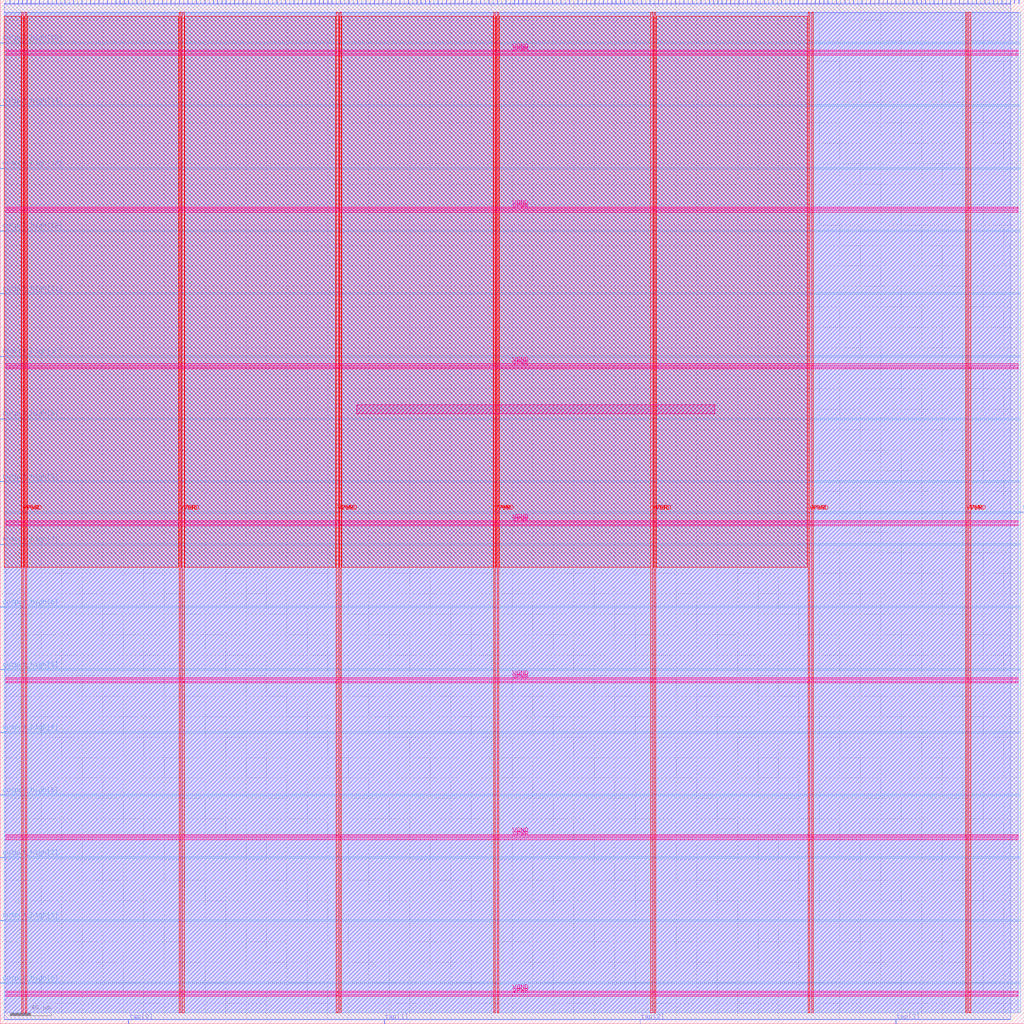
<source format=lef>
VERSION 5.7 ;
  NOWIREEXTENSIONATPIN ON ;
  DIVIDERCHAR "/" ;
  BUSBITCHARS "[]" ;
MACRO highpass
  CLASS BLOCK ;
  FOREIGN highpass ;
  ORIGIN 0.000 0.000 ;
  SIZE 1000.000 BY 1000.000 ;
  PIN VGND
    DIRECTION INOUT ;
    USE GROUND ;
    PORT
      LAYER met4 ;
        RECT 24.340 10.640 25.940 987.600 ;
    END
    PORT
      LAYER met4 ;
        RECT 177.940 10.640 179.540 987.600 ;
    END
    PORT
      LAYER met4 ;
        RECT 331.540 10.640 333.140 987.600 ;
    END
    PORT
      LAYER met4 ;
        RECT 485.140 10.640 486.740 987.600 ;
    END
    PORT
      LAYER met4 ;
        RECT 638.740 10.640 640.340 987.600 ;
    END
    PORT
      LAYER met4 ;
        RECT 792.340 10.640 793.940 987.600 ;
    END
    PORT
      LAYER met4 ;
        RECT 945.940 10.640 947.540 987.600 ;
    END
    PORT
      LAYER met5 ;
        RECT 5.280 30.030 994.300 31.630 ;
    END
    PORT
      LAYER met5 ;
        RECT 5.280 183.210 994.300 184.810 ;
    END
    PORT
      LAYER met5 ;
        RECT 5.280 336.390 994.300 337.990 ;
    END
    PORT
      LAYER met5 ;
        RECT 5.280 489.570 994.300 491.170 ;
    END
    PORT
      LAYER met5 ;
        RECT 5.280 642.750 994.300 644.350 ;
    END
    PORT
      LAYER met5 ;
        RECT 5.280 795.930 994.300 797.530 ;
    END
    PORT
      LAYER met5 ;
        RECT 5.280 949.110 994.300 950.710 ;
    END
  END VGND
  PIN VPWR
    DIRECTION INOUT ;
    USE POWER ;
    PORT
      LAYER met4 ;
        RECT 21.040 10.640 22.640 987.600 ;
    END
    PORT
      LAYER met4 ;
        RECT 174.640 10.640 176.240 987.600 ;
    END
    PORT
      LAYER met4 ;
        RECT 328.240 10.640 329.840 987.600 ;
    END
    PORT
      LAYER met4 ;
        RECT 481.840 10.640 483.440 987.600 ;
    END
    PORT
      LAYER met4 ;
        RECT 635.440 10.640 637.040 987.600 ;
    END
    PORT
      LAYER met4 ;
        RECT 789.040 10.640 790.640 987.600 ;
    END
    PORT
      LAYER met4 ;
        RECT 942.640 10.640 944.240 987.600 ;
    END
    PORT
      LAYER met5 ;
        RECT 5.280 26.730 994.300 28.330 ;
    END
    PORT
      LAYER met5 ;
        RECT 5.280 179.910 994.300 181.510 ;
    END
    PORT
      LAYER met5 ;
        RECT 5.280 333.090 994.300 334.690 ;
    END
    PORT
      LAYER met5 ;
        RECT 5.280 486.270 994.300 487.870 ;
    END
    PORT
      LAYER met5 ;
        RECT 5.280 639.450 994.300 641.050 ;
    END
    PORT
      LAYER met5 ;
        RECT 5.280 792.630 994.300 794.230 ;
    END
    PORT
      LAYER met5 ;
        RECT 5.280 945.810 994.300 947.410 ;
    END
  END VPWR
  PIN clk
    DIRECTION INPUT ;
    USE SIGNAL ;
    ANTENNAGATEAREA 0.852000 ;
    PORT
      LAYER met3 ;
        RECT 996.000 499.160 1000.000 499.760 ;
    END
  END clk
  PIN input_data[0]
    DIRECTION INPUT ;
    USE SIGNAL ;
    ANTENNAGATEAREA 0.159000 ;
    PORT
      LAYER met2 ;
        RECT 5.150 996.000 5.430 1000.000 ;
    END
  END input_data[0]
  PIN input_data[100]
    DIRECTION INPUT ;
    USE SIGNAL ;
    ANTENNAGATEAREA 0.213000 ;
    PORT
      LAYER met2 ;
        RECT 419.150 996.000 419.430 1000.000 ;
    END
  END input_data[100]
  PIN input_data[101]
    DIRECTION INPUT ;
    USE SIGNAL ;
    ANTENNAGATEAREA 0.196500 ;
    PORT
      LAYER met2 ;
        RECT 423.290 996.000 423.570 1000.000 ;
    END
  END input_data[101]
  PIN input_data[102]
    DIRECTION INPUT ;
    USE SIGNAL ;
    ANTENNAGATEAREA 0.196500 ;
    PORT
      LAYER met2 ;
        RECT 427.430 996.000 427.710 1000.000 ;
    END
  END input_data[102]
  PIN input_data[103]
    DIRECTION INPUT ;
    USE SIGNAL ;
    ANTENNAGATEAREA 0.196500 ;
    PORT
      LAYER met2 ;
        RECT 431.570 996.000 431.850 1000.000 ;
    END
  END input_data[103]
  PIN input_data[104]
    DIRECTION INPUT ;
    USE SIGNAL ;
    ANTENNAGATEAREA 0.196500 ;
    PORT
      LAYER met2 ;
        RECT 435.710 996.000 435.990 1000.000 ;
    END
  END input_data[104]
  PIN input_data[105]
    DIRECTION INPUT ;
    USE SIGNAL ;
    ANTENNAGATEAREA 0.196500 ;
    PORT
      LAYER met2 ;
        RECT 439.850 996.000 440.130 1000.000 ;
    END
  END input_data[105]
  PIN input_data[106]
    DIRECTION INPUT ;
    USE SIGNAL ;
    ANTENNAGATEAREA 0.196500 ;
    PORT
      LAYER met2 ;
        RECT 443.990 996.000 444.270 1000.000 ;
    END
  END input_data[106]
  PIN input_data[107]
    DIRECTION INPUT ;
    USE SIGNAL ;
    ANTENNAGATEAREA 0.196500 ;
    PORT
      LAYER met2 ;
        RECT 448.130 996.000 448.410 1000.000 ;
    END
  END input_data[107]
  PIN input_data[108]
    DIRECTION INPUT ;
    USE SIGNAL ;
    ANTENNAGATEAREA 0.213000 ;
    PORT
      LAYER met2 ;
        RECT 452.270 996.000 452.550 1000.000 ;
    END
  END input_data[108]
  PIN input_data[109]
    DIRECTION INPUT ;
    USE SIGNAL ;
    ANTENNAGATEAREA 0.196500 ;
    PORT
      LAYER met2 ;
        RECT 456.410 996.000 456.690 1000.000 ;
    END
  END input_data[109]
  PIN input_data[10]
    DIRECTION INPUT ;
    USE SIGNAL ;
    ANTENNAGATEAREA 0.495000 ;
    PORT
      LAYER met2 ;
        RECT 46.550 996.000 46.830 1000.000 ;
    END
  END input_data[10]
  PIN input_data[110]
    DIRECTION INPUT ;
    USE SIGNAL ;
    ANTENNAGATEAREA 0.196500 ;
    PORT
      LAYER met2 ;
        RECT 460.550 996.000 460.830 1000.000 ;
    END
  END input_data[110]
  PIN input_data[111]
    DIRECTION INPUT ;
    USE SIGNAL ;
    ANTENNAGATEAREA 0.196500 ;
    PORT
      LAYER met2 ;
        RECT 464.690 996.000 464.970 1000.000 ;
    END
  END input_data[111]
  PIN input_data[112]
    DIRECTION INPUT ;
    USE SIGNAL ;
    ANTENNAGATEAREA 0.159000 ;
    PORT
      LAYER met2 ;
        RECT 468.830 996.000 469.110 1000.000 ;
    END
  END input_data[112]
  PIN input_data[113]
    DIRECTION INPUT ;
    USE SIGNAL ;
    ANTENNAGATEAREA 0.213000 ;
    PORT
      LAYER met2 ;
        RECT 472.970 996.000 473.250 1000.000 ;
    END
  END input_data[113]
  PIN input_data[114]
    DIRECTION INPUT ;
    USE SIGNAL ;
    ANTENNAGATEAREA 0.213000 ;
    PORT
      LAYER met2 ;
        RECT 477.110 996.000 477.390 1000.000 ;
    END
  END input_data[114]
  PIN input_data[115]
    DIRECTION INPUT ;
    USE SIGNAL ;
    ANTENNAGATEAREA 0.213000 ;
    PORT
      LAYER met2 ;
        RECT 481.250 996.000 481.530 1000.000 ;
    END
  END input_data[115]
  PIN input_data[116]
    DIRECTION INPUT ;
    USE SIGNAL ;
    ANTENNAGATEAREA 0.159000 ;
    PORT
      LAYER met2 ;
        RECT 485.390 996.000 485.670 1000.000 ;
    END
  END input_data[116]
  PIN input_data[117]
    DIRECTION INPUT ;
    USE SIGNAL ;
    ANTENNAGATEAREA 0.213000 ;
    PORT
      LAYER met2 ;
        RECT 489.530 996.000 489.810 1000.000 ;
    END
  END input_data[117]
  PIN input_data[118]
    DIRECTION INPUT ;
    USE SIGNAL ;
    ANTENNAGATEAREA 0.213000 ;
    PORT
      LAYER met2 ;
        RECT 493.670 996.000 493.950 1000.000 ;
    END
  END input_data[118]
  PIN input_data[119]
    DIRECTION INPUT ;
    USE SIGNAL ;
    ANTENNAGATEAREA 0.196500 ;
    PORT
      LAYER met2 ;
        RECT 497.810 996.000 498.090 1000.000 ;
    END
  END input_data[119]
  PIN input_data[11]
    DIRECTION INPUT ;
    USE SIGNAL ;
    ANTENNAGATEAREA 0.426000 ;
    PORT
      LAYER met2 ;
        RECT 50.690 996.000 50.970 1000.000 ;
    END
  END input_data[11]
  PIN input_data[120]
    DIRECTION INPUT ;
    USE SIGNAL ;
    ANTENNAGATEAREA 0.213000 ;
    PORT
      LAYER met2 ;
        RECT 501.950 996.000 502.230 1000.000 ;
    END
  END input_data[120]
  PIN input_data[121]
    DIRECTION INPUT ;
    USE SIGNAL ;
    ANTENNAGATEAREA 0.159000 ;
    PORT
      LAYER met2 ;
        RECT 506.090 996.000 506.370 1000.000 ;
    END
  END input_data[121]
  PIN input_data[122]
    DIRECTION INPUT ;
    USE SIGNAL ;
    ANTENNAGATEAREA 0.213000 ;
    PORT
      LAYER met2 ;
        RECT 510.230 996.000 510.510 1000.000 ;
    END
  END input_data[122]
  PIN input_data[123]
    DIRECTION INPUT ;
    USE SIGNAL ;
    ANTENNAGATEAREA 0.213000 ;
    PORT
      LAYER met2 ;
        RECT 514.370 996.000 514.650 1000.000 ;
    END
  END input_data[123]
  PIN input_data[124]
    DIRECTION INPUT ;
    USE SIGNAL ;
    ANTENNAGATEAREA 0.159000 ;
    PORT
      LAYER met2 ;
        RECT 518.510 996.000 518.790 1000.000 ;
    END
  END input_data[124]
  PIN input_data[125]
    DIRECTION INPUT ;
    USE SIGNAL ;
    ANTENNAGATEAREA 0.196500 ;
    PORT
      LAYER met2 ;
        RECT 522.650 996.000 522.930 1000.000 ;
    END
  END input_data[125]
  PIN input_data[126]
    DIRECTION INPUT ;
    USE SIGNAL ;
    ANTENNAGATEAREA 0.196500 ;
    PORT
      LAYER met2 ;
        RECT 526.790 996.000 527.070 1000.000 ;
    END
  END input_data[126]
  PIN input_data[127]
    DIRECTION INPUT ;
    USE SIGNAL ;
    PORT
      LAYER met2 ;
        RECT 530.930 996.000 531.210 1000.000 ;
    END
  END input_data[127]
  PIN input_data[128]
    DIRECTION INPUT ;
    USE SIGNAL ;
    ANTENNAGATEAREA 0.159000 ;
    PORT
      LAYER met2 ;
        RECT 535.070 996.000 535.350 1000.000 ;
    END
  END input_data[128]
  PIN input_data[129]
    DIRECTION INPUT ;
    USE SIGNAL ;
    ANTENNAGATEAREA 0.159000 ;
    PORT
      LAYER met2 ;
        RECT 539.210 996.000 539.490 1000.000 ;
    END
  END input_data[129]
  PIN input_data[12]
    DIRECTION INPUT ;
    USE SIGNAL ;
    ANTENNAGATEAREA 0.742500 ;
    PORT
      LAYER met2 ;
        RECT 54.830 996.000 55.110 1000.000 ;
    END
  END input_data[12]
  PIN input_data[130]
    DIRECTION INPUT ;
    USE SIGNAL ;
    ANTENNAGATEAREA 0.213000 ;
    PORT
      LAYER met2 ;
        RECT 543.350 996.000 543.630 1000.000 ;
    END
  END input_data[130]
  PIN input_data[131]
    DIRECTION INPUT ;
    USE SIGNAL ;
    ANTENNAGATEAREA 0.213000 ;
    PORT
      LAYER met2 ;
        RECT 547.490 996.000 547.770 1000.000 ;
    END
  END input_data[131]
  PIN input_data[132]
    DIRECTION INPUT ;
    USE SIGNAL ;
    ANTENNAGATEAREA 0.213000 ;
    PORT
      LAYER met2 ;
        RECT 551.630 996.000 551.910 1000.000 ;
    END
  END input_data[132]
  PIN input_data[133]
    DIRECTION INPUT ;
    USE SIGNAL ;
    ANTENNAGATEAREA 0.426000 ;
    PORT
      LAYER met2 ;
        RECT 555.770 996.000 556.050 1000.000 ;
    END
  END input_data[133]
  PIN input_data[134]
    DIRECTION INPUT ;
    USE SIGNAL ;
    ANTENNAGATEAREA 0.247500 ;
    PORT
      LAYER met2 ;
        RECT 559.910 996.000 560.190 1000.000 ;
    END
  END input_data[134]
  PIN input_data[135]
    DIRECTION INPUT ;
    USE SIGNAL ;
    ANTENNAGATEAREA 0.426000 ;
    PORT
      LAYER met2 ;
        RECT 564.050 996.000 564.330 1000.000 ;
    END
  END input_data[135]
  PIN input_data[136]
    DIRECTION INPUT ;
    USE SIGNAL ;
    ANTENNAGATEAREA 0.852000 ;
    PORT
      LAYER met2 ;
        RECT 568.190 996.000 568.470 1000.000 ;
    END
  END input_data[136]
  PIN input_data[137]
    DIRECTION INPUT ;
    USE SIGNAL ;
    ANTENNAGATEAREA 0.742500 ;
    PORT
      LAYER met2 ;
        RECT 572.330 996.000 572.610 1000.000 ;
    END
  END input_data[137]
  PIN input_data[138]
    DIRECTION INPUT ;
    USE SIGNAL ;
    ANTENNAGATEAREA 0.426000 ;
    PORT
      LAYER met2 ;
        RECT 576.470 996.000 576.750 1000.000 ;
    END
  END input_data[138]
  PIN input_data[139]
    DIRECTION INPUT ;
    USE SIGNAL ;
    ANTENNAGATEAREA 0.495000 ;
    PORT
      LAYER met2 ;
        RECT 580.610 996.000 580.890 1000.000 ;
    END
  END input_data[139]
  PIN input_data[13]
    DIRECTION INPUT ;
    USE SIGNAL ;
    ANTENNAGATEAREA 0.742500 ;
    PORT
      LAYER met2 ;
        RECT 58.970 996.000 59.250 1000.000 ;
    END
  END input_data[13]
  PIN input_data[140]
    DIRECTION INPUT ;
    USE SIGNAL ;
    ANTENNAGATEAREA 0.426000 ;
    PORT
      LAYER met2 ;
        RECT 584.750 996.000 585.030 1000.000 ;
    END
  END input_data[140]
  PIN input_data[141]
    DIRECTION INPUT ;
    USE SIGNAL ;
    ANTENNAGATEAREA 0.426000 ;
    PORT
      LAYER met2 ;
        RECT 588.890 996.000 589.170 1000.000 ;
    END
  END input_data[141]
  PIN input_data[142]
    DIRECTION INPUT ;
    USE SIGNAL ;
    ANTENNAGATEAREA 0.213000 ;
    PORT
      LAYER met2 ;
        RECT 593.030 996.000 593.310 1000.000 ;
    END
  END input_data[142]
  PIN input_data[143]
    DIRECTION INPUT ;
    USE SIGNAL ;
    ANTENNAGATEAREA 0.159000 ;
    PORT
      LAYER met2 ;
        RECT 597.170 996.000 597.450 1000.000 ;
    END
  END input_data[143]
  PIN input_data[144]
    DIRECTION INPUT ;
    USE SIGNAL ;
    ANTENNAGATEAREA 0.213000 ;
    PORT
      LAYER met2 ;
        RECT 601.310 996.000 601.590 1000.000 ;
    END
  END input_data[144]
  PIN input_data[145]
    DIRECTION INPUT ;
    USE SIGNAL ;
    ANTENNAGATEAREA 0.159000 ;
    PORT
      LAYER met2 ;
        RECT 605.450 996.000 605.730 1000.000 ;
    END
  END input_data[145]
  PIN input_data[146]
    DIRECTION INPUT ;
    USE SIGNAL ;
    ANTENNAGATEAREA 0.159000 ;
    PORT
      LAYER met2 ;
        RECT 609.590 996.000 609.870 1000.000 ;
    END
  END input_data[146]
  PIN input_data[147]
    DIRECTION INPUT ;
    USE SIGNAL ;
    ANTENNAGATEAREA 0.159000 ;
    PORT
      LAYER met2 ;
        RECT 613.730 996.000 614.010 1000.000 ;
    END
  END input_data[147]
  PIN input_data[148]
    DIRECTION INPUT ;
    USE SIGNAL ;
    ANTENNAGATEAREA 0.159000 ;
    PORT
      LAYER met2 ;
        RECT 617.870 996.000 618.150 1000.000 ;
    END
  END input_data[148]
  PIN input_data[149]
    DIRECTION INPUT ;
    USE SIGNAL ;
    ANTENNAGATEAREA 0.213000 ;
    PORT
      LAYER met2 ;
        RECT 622.010 996.000 622.290 1000.000 ;
    END
  END input_data[149]
  PIN input_data[14]
    DIRECTION INPUT ;
    USE SIGNAL ;
    ANTENNAGATEAREA 0.213000 ;
    PORT
      LAYER met2 ;
        RECT 63.110 996.000 63.390 1000.000 ;
    END
  END input_data[14]
  PIN input_data[150]
    DIRECTION INPUT ;
    USE SIGNAL ;
    ANTENNAGATEAREA 0.159000 ;
    PORT
      LAYER met2 ;
        RECT 626.150 996.000 626.430 1000.000 ;
    END
  END input_data[150]
  PIN input_data[151]
    DIRECTION INPUT ;
    USE SIGNAL ;
    ANTENNAGATEAREA 0.213000 ;
    PORT
      LAYER met2 ;
        RECT 630.290 996.000 630.570 1000.000 ;
    END
  END input_data[151]
  PIN input_data[152]
    DIRECTION INPUT ;
    USE SIGNAL ;
    ANTENNAGATEAREA 0.213000 ;
    PORT
      LAYER met2 ;
        RECT 634.430 996.000 634.710 1000.000 ;
    END
  END input_data[152]
  PIN input_data[153]
    DIRECTION INPUT ;
    USE SIGNAL ;
    ANTENNAGATEAREA 0.159000 ;
    PORT
      LAYER met2 ;
        RECT 638.570 996.000 638.850 1000.000 ;
    END
  END input_data[153]
  PIN input_data[154]
    DIRECTION INPUT ;
    USE SIGNAL ;
    ANTENNAGATEAREA 0.159000 ;
    PORT
      LAYER met2 ;
        RECT 642.710 996.000 642.990 1000.000 ;
    END
  END input_data[154]
  PIN input_data[155]
    DIRECTION INPUT ;
    USE SIGNAL ;
    ANTENNAGATEAREA 0.159000 ;
    PORT
      LAYER met2 ;
        RECT 646.850 996.000 647.130 1000.000 ;
    END
  END input_data[155]
  PIN input_data[156]
    DIRECTION INPUT ;
    USE SIGNAL ;
    ANTENNAGATEAREA 0.742500 ;
    PORT
      LAYER met2 ;
        RECT 650.990 996.000 651.270 1000.000 ;
    END
  END input_data[156]
  PIN input_data[157]
    DIRECTION INPUT ;
    USE SIGNAL ;
    ANTENNAGATEAREA 0.247500 ;
    PORT
      LAYER met2 ;
        RECT 655.130 996.000 655.410 1000.000 ;
    END
  END input_data[157]
  PIN input_data[158]
    DIRECTION INPUT ;
    USE SIGNAL ;
    ANTENNAGATEAREA 0.196500 ;
    PORT
      LAYER met2 ;
        RECT 659.270 996.000 659.550 1000.000 ;
    END
  END input_data[158]
  PIN input_data[159]
    DIRECTION INPUT ;
    USE SIGNAL ;
    ANTENNAGATEAREA 0.213000 ;
    PORT
      LAYER met2 ;
        RECT 663.410 996.000 663.690 1000.000 ;
    END
  END input_data[159]
  PIN input_data[15]
    DIRECTION INPUT ;
    USE SIGNAL ;
    ANTENNAGATEAREA 0.213000 ;
    PORT
      LAYER met2 ;
        RECT 67.250 996.000 67.530 1000.000 ;
    END
  END input_data[15]
  PIN input_data[160]
    DIRECTION INPUT ;
    USE SIGNAL ;
    ANTENNAGATEAREA 0.495000 ;
    PORT
      LAYER met2 ;
        RECT 667.550 996.000 667.830 1000.000 ;
    END
  END input_data[160]
  PIN input_data[161]
    DIRECTION INPUT ;
    USE SIGNAL ;
    ANTENNAGATEAREA 0.742500 ;
    PORT
      LAYER met2 ;
        RECT 671.690 996.000 671.970 1000.000 ;
    END
  END input_data[161]
  PIN input_data[162]
    DIRECTION INPUT ;
    USE SIGNAL ;
    ANTENNAGATEAREA 0.426000 ;
    PORT
      LAYER met2 ;
        RECT 675.830 996.000 676.110 1000.000 ;
    END
  END input_data[162]
  PIN input_data[163]
    DIRECTION INPUT ;
    USE SIGNAL ;
    ANTENNAGATEAREA 0.426000 ;
    PORT
      LAYER met2 ;
        RECT 679.970 996.000 680.250 1000.000 ;
    END
  END input_data[163]
  PIN input_data[164]
    DIRECTION INPUT ;
    USE SIGNAL ;
    ANTENNAGATEAREA 0.213000 ;
    PORT
      LAYER met2 ;
        RECT 684.110 996.000 684.390 1000.000 ;
    END
  END input_data[164]
  PIN input_data[165]
    DIRECTION INPUT ;
    USE SIGNAL ;
    ANTENNAGATEAREA 0.213000 ;
    PORT
      LAYER met2 ;
        RECT 688.250 996.000 688.530 1000.000 ;
    END
  END input_data[165]
  PIN input_data[166]
    DIRECTION INPUT ;
    USE SIGNAL ;
    ANTENNAGATEAREA 0.213000 ;
    PORT
      LAYER met2 ;
        RECT 692.390 996.000 692.670 1000.000 ;
    END
  END input_data[166]
  PIN input_data[167]
    DIRECTION INPUT ;
    USE SIGNAL ;
    ANTENNAGATEAREA 0.159000 ;
    PORT
      LAYER met2 ;
        RECT 696.530 996.000 696.810 1000.000 ;
    END
  END input_data[167]
  PIN input_data[168]
    DIRECTION INPUT ;
    USE SIGNAL ;
    ANTENNAGATEAREA 0.159000 ;
    PORT
      LAYER met2 ;
        RECT 700.670 996.000 700.950 1000.000 ;
    END
  END input_data[168]
  PIN input_data[169]
    DIRECTION INPUT ;
    USE SIGNAL ;
    ANTENNAGATEAREA 0.213000 ;
    PORT
      LAYER met2 ;
        RECT 704.810 996.000 705.090 1000.000 ;
    END
  END input_data[169]
  PIN input_data[16]
    DIRECTION INPUT ;
    USE SIGNAL ;
    ANTENNAGATEAREA 0.247500 ;
    PORT
      LAYER met2 ;
        RECT 71.390 996.000 71.670 1000.000 ;
    END
  END input_data[16]
  PIN input_data[170]
    DIRECTION INPUT ;
    USE SIGNAL ;
    ANTENNAGATEAREA 0.126000 ;
    PORT
      LAYER met2 ;
        RECT 708.950 996.000 709.230 1000.000 ;
    END
  END input_data[170]
  PIN input_data[171]
    DIRECTION INPUT ;
    USE SIGNAL ;
    ANTENNAGATEAREA 0.426000 ;
    PORT
      LAYER met2 ;
        RECT 713.090 996.000 713.370 1000.000 ;
    END
  END input_data[171]
  PIN input_data[172]
    DIRECTION INPUT ;
    USE SIGNAL ;
    ANTENNAGATEAREA 0.247500 ;
    PORT
      LAYER met2 ;
        RECT 717.230 996.000 717.510 1000.000 ;
    END
  END input_data[172]
  PIN input_data[173]
    DIRECTION INPUT ;
    USE SIGNAL ;
    ANTENNAGATEAREA 0.426000 ;
    PORT
      LAYER met2 ;
        RECT 721.370 996.000 721.650 1000.000 ;
    END
  END input_data[173]
  PIN input_data[174]
    DIRECTION INPUT ;
    USE SIGNAL ;
    ANTENNAGATEAREA 0.196500 ;
    PORT
      LAYER met2 ;
        RECT 725.510 996.000 725.790 1000.000 ;
    END
  END input_data[174]
  PIN input_data[175]
    DIRECTION INPUT ;
    USE SIGNAL ;
    ANTENNAGATEAREA 0.196500 ;
    PORT
      LAYER met2 ;
        RECT 729.650 996.000 729.930 1000.000 ;
    END
  END input_data[175]
  PIN input_data[176]
    DIRECTION INPUT ;
    USE SIGNAL ;
    ANTENNAGATEAREA 0.213000 ;
    PORT
      LAYER met2 ;
        RECT 733.790 996.000 734.070 1000.000 ;
    END
  END input_data[176]
  PIN input_data[177]
    DIRECTION INPUT ;
    USE SIGNAL ;
    ANTENNAGATEAREA 0.247500 ;
    PORT
      LAYER met2 ;
        RECT 737.930 996.000 738.210 1000.000 ;
    END
  END input_data[177]
  PIN input_data[178]
    DIRECTION INPUT ;
    USE SIGNAL ;
    ANTENNAGATEAREA 0.247500 ;
    PORT
      LAYER met2 ;
        RECT 742.070 996.000 742.350 1000.000 ;
    END
  END input_data[178]
  PIN input_data[179]
    DIRECTION INPUT ;
    USE SIGNAL ;
    ANTENNAGATEAREA 0.426000 ;
    PORT
      LAYER met2 ;
        RECT 746.210 996.000 746.490 1000.000 ;
    END
  END input_data[179]
  PIN input_data[17]
    DIRECTION INPUT ;
    USE SIGNAL ;
    ANTENNAGATEAREA 0.742500 ;
    PORT
      LAYER met2 ;
        RECT 75.530 996.000 75.810 1000.000 ;
    END
  END input_data[17]
  PIN input_data[180]
    DIRECTION INPUT ;
    USE SIGNAL ;
    ANTENNAGATEAREA 0.495000 ;
    PORT
      LAYER met2 ;
        RECT 750.350 996.000 750.630 1000.000 ;
    END
  END input_data[180]
  PIN input_data[181]
    DIRECTION INPUT ;
    USE SIGNAL ;
    ANTENNAGATEAREA 0.247500 ;
    PORT
      LAYER met2 ;
        RECT 754.490 996.000 754.770 1000.000 ;
    END
  END input_data[181]
  PIN input_data[182]
    DIRECTION INPUT ;
    USE SIGNAL ;
    ANTENNAGATEAREA 0.213000 ;
    PORT
      LAYER met2 ;
        RECT 758.630 996.000 758.910 1000.000 ;
    END
  END input_data[182]
  PIN input_data[183]
    DIRECTION INPUT ;
    USE SIGNAL ;
    ANTENNAGATEAREA 0.213000 ;
    PORT
      LAYER met2 ;
        RECT 762.770 996.000 763.050 1000.000 ;
    END
  END input_data[183]
  PIN input_data[184]
    DIRECTION INPUT ;
    USE SIGNAL ;
    ANTENNAGATEAREA 0.213000 ;
    PORT
      LAYER met2 ;
        RECT 766.910 996.000 767.190 1000.000 ;
    END
  END input_data[184]
  PIN input_data[185]
    DIRECTION INPUT ;
    USE SIGNAL ;
    ANTENNAGATEAREA 0.213000 ;
    PORT
      LAYER met2 ;
        RECT 771.050 996.000 771.330 1000.000 ;
    END
  END input_data[185]
  PIN input_data[186]
    DIRECTION INPUT ;
    USE SIGNAL ;
    ANTENNAGATEAREA 0.247500 ;
    PORT
      LAYER met2 ;
        RECT 775.190 996.000 775.470 1000.000 ;
    END
  END input_data[186]
  PIN input_data[187]
    DIRECTION INPUT ;
    USE SIGNAL ;
    ANTENNAGATEAREA 0.159000 ;
    PORT
      LAYER met2 ;
        RECT 779.330 996.000 779.610 1000.000 ;
    END
  END input_data[187]
  PIN input_data[188]
    DIRECTION INPUT ;
    USE SIGNAL ;
    ANTENNAGATEAREA 0.247500 ;
    PORT
      LAYER met2 ;
        RECT 783.470 996.000 783.750 1000.000 ;
    END
  END input_data[188]
  PIN input_data[189]
    DIRECTION INPUT ;
    USE SIGNAL ;
    ANTENNAGATEAREA 0.196500 ;
    PORT
      LAYER met2 ;
        RECT 787.610 996.000 787.890 1000.000 ;
    END
  END input_data[189]
  PIN input_data[18]
    DIRECTION INPUT ;
    USE SIGNAL ;
    ANTENNAGATEAREA 0.742500 ;
    PORT
      LAYER met2 ;
        RECT 79.670 996.000 79.950 1000.000 ;
    END
  END input_data[18]
  PIN input_data[190]
    DIRECTION INPUT ;
    USE SIGNAL ;
    ANTENNAGATEAREA 0.196500 ;
    PORT
      LAYER met2 ;
        RECT 791.750 996.000 792.030 1000.000 ;
    END
  END input_data[190]
  PIN input_data[191]
    DIRECTION INPUT ;
    USE SIGNAL ;
    PORT
      LAYER met2 ;
        RECT 795.890 996.000 796.170 1000.000 ;
    END
  END input_data[191]
  PIN input_data[192]
    DIRECTION INPUT ;
    USE SIGNAL ;
    ANTENNAGATEAREA 0.213000 ;
    PORT
      LAYER met2 ;
        RECT 800.030 996.000 800.310 1000.000 ;
    END
  END input_data[192]
  PIN input_data[193]
    DIRECTION INPUT ;
    USE SIGNAL ;
    ANTENNAGATEAREA 0.159000 ;
    PORT
      LAYER met2 ;
        RECT 804.170 996.000 804.450 1000.000 ;
    END
  END input_data[193]
  PIN input_data[194]
    DIRECTION INPUT ;
    USE SIGNAL ;
    ANTENNAGATEAREA 0.213000 ;
    PORT
      LAYER met2 ;
        RECT 808.310 996.000 808.590 1000.000 ;
    END
  END input_data[194]
  PIN input_data[195]
    DIRECTION INPUT ;
    USE SIGNAL ;
    ANTENNAGATEAREA 0.213000 ;
    PORT
      LAYER met2 ;
        RECT 812.450 996.000 812.730 1000.000 ;
    END
  END input_data[195]
  PIN input_data[196]
    DIRECTION INPUT ;
    USE SIGNAL ;
    ANTENNAGATEAREA 0.213000 ;
    PORT
      LAYER met2 ;
        RECT 816.590 996.000 816.870 1000.000 ;
    END
  END input_data[196]
  PIN input_data[197]
    DIRECTION INPUT ;
    USE SIGNAL ;
    ANTENNAGATEAREA 0.213000 ;
    PORT
      LAYER met2 ;
        RECT 820.730 996.000 821.010 1000.000 ;
    END
  END input_data[197]
  PIN input_data[198]
    DIRECTION INPUT ;
    USE SIGNAL ;
    ANTENNAGATEAREA 0.213000 ;
    PORT
      LAYER met2 ;
        RECT 824.870 996.000 825.150 1000.000 ;
    END
  END input_data[198]
  PIN input_data[199]
    DIRECTION INPUT ;
    USE SIGNAL ;
    ANTENNAGATEAREA 0.213000 ;
    PORT
      LAYER met2 ;
        RECT 829.010 996.000 829.290 1000.000 ;
    END
  END input_data[199]
  PIN input_data[19]
    DIRECTION INPUT ;
    USE SIGNAL ;
    ANTENNAGATEAREA 0.247500 ;
    PORT
      LAYER met2 ;
        RECT 83.810 996.000 84.090 1000.000 ;
    END
  END input_data[19]
  PIN input_data[1]
    DIRECTION INPUT ;
    USE SIGNAL ;
    ANTENNAGATEAREA 0.213000 ;
    PORT
      LAYER met2 ;
        RECT 9.290 996.000 9.570 1000.000 ;
    END
  END input_data[1]
  PIN input_data[200]
    DIRECTION INPUT ;
    USE SIGNAL ;
    ANTENNAGATEAREA 0.213000 ;
    PORT
      LAYER met2 ;
        RECT 833.150 996.000 833.430 1000.000 ;
    END
  END input_data[200]
  PIN input_data[201]
    DIRECTION INPUT ;
    USE SIGNAL ;
    ANTENNAGATEAREA 0.213000 ;
    PORT
      LAYER met2 ;
        RECT 837.290 996.000 837.570 1000.000 ;
    END
  END input_data[201]
  PIN input_data[202]
    DIRECTION INPUT ;
    USE SIGNAL ;
    ANTENNAGATEAREA 0.213000 ;
    PORT
      LAYER met2 ;
        RECT 841.430 996.000 841.710 1000.000 ;
    END
  END input_data[202]
  PIN input_data[203]
    DIRECTION INPUT ;
    USE SIGNAL ;
    ANTENNAGATEAREA 0.126000 ;
    PORT
      LAYER met2 ;
        RECT 845.570 996.000 845.850 1000.000 ;
    END
  END input_data[203]
  PIN input_data[204]
    DIRECTION INPUT ;
    USE SIGNAL ;
    ANTENNAGATEAREA 0.196500 ;
    PORT
      LAYER met2 ;
        RECT 849.710 996.000 849.990 1000.000 ;
    END
  END input_data[204]
  PIN input_data[205]
    DIRECTION INPUT ;
    USE SIGNAL ;
    ANTENNAGATEAREA 0.196500 ;
    PORT
      LAYER met2 ;
        RECT 853.850 996.000 854.130 1000.000 ;
    END
  END input_data[205]
  PIN input_data[206]
    DIRECTION INPUT ;
    USE SIGNAL ;
    ANTENNAGATEAREA 0.196500 ;
    PORT
      LAYER met2 ;
        RECT 857.990 996.000 858.270 1000.000 ;
    END
  END input_data[206]
  PIN input_data[207]
    DIRECTION INPUT ;
    USE SIGNAL ;
    PORT
      LAYER met2 ;
        RECT 862.130 996.000 862.410 1000.000 ;
    END
  END input_data[207]
  PIN input_data[208]
    DIRECTION INPUT ;
    USE SIGNAL ;
    PORT
      LAYER met2 ;
        RECT 866.270 996.000 866.550 1000.000 ;
    END
  END input_data[208]
  PIN input_data[209]
    DIRECTION INPUT ;
    USE SIGNAL ;
    PORT
      LAYER met2 ;
        RECT 870.410 996.000 870.690 1000.000 ;
    END
  END input_data[209]
  PIN input_data[20]
    DIRECTION INPUT ;
    USE SIGNAL ;
    ANTENNAGATEAREA 0.426000 ;
    PORT
      LAYER met2 ;
        RECT 87.950 996.000 88.230 1000.000 ;
    END
  END input_data[20]
  PIN input_data[210]
    DIRECTION INPUT ;
    USE SIGNAL ;
    PORT
      LAYER met2 ;
        RECT 874.550 996.000 874.830 1000.000 ;
    END
  END input_data[210]
  PIN input_data[211]
    DIRECTION INPUT ;
    USE SIGNAL ;
    PORT
      LAYER met2 ;
        RECT 878.690 996.000 878.970 1000.000 ;
    END
  END input_data[211]
  PIN input_data[212]
    DIRECTION INPUT ;
    USE SIGNAL ;
    PORT
      LAYER met2 ;
        RECT 882.830 996.000 883.110 1000.000 ;
    END
  END input_data[212]
  PIN input_data[213]
    DIRECTION INPUT ;
    USE SIGNAL ;
    PORT
      LAYER met2 ;
        RECT 886.970 996.000 887.250 1000.000 ;
    END
  END input_data[213]
  PIN input_data[214]
    DIRECTION INPUT ;
    USE SIGNAL ;
    PORT
      LAYER met2 ;
        RECT 891.110 996.000 891.390 1000.000 ;
    END
  END input_data[214]
  PIN input_data[215]
    DIRECTION INPUT ;
    USE SIGNAL ;
    PORT
      LAYER met2 ;
        RECT 895.250 996.000 895.530 1000.000 ;
    END
  END input_data[215]
  PIN input_data[216]
    DIRECTION INPUT ;
    USE SIGNAL ;
    PORT
      LAYER met2 ;
        RECT 899.390 996.000 899.670 1000.000 ;
    END
  END input_data[216]
  PIN input_data[217]
    DIRECTION INPUT ;
    USE SIGNAL ;
    PORT
      LAYER met2 ;
        RECT 903.530 996.000 903.810 1000.000 ;
    END
  END input_data[217]
  PIN input_data[218]
    DIRECTION INPUT ;
    USE SIGNAL ;
    PORT
      LAYER met2 ;
        RECT 907.670 996.000 907.950 1000.000 ;
    END
  END input_data[218]
  PIN input_data[219]
    DIRECTION INPUT ;
    USE SIGNAL ;
    PORT
      LAYER met2 ;
        RECT 911.810 996.000 912.090 1000.000 ;
    END
  END input_data[219]
  PIN input_data[21]
    DIRECTION INPUT ;
    USE SIGNAL ;
    ANTENNAGATEAREA 0.495000 ;
    PORT
      LAYER met2 ;
        RECT 92.090 996.000 92.370 1000.000 ;
    END
  END input_data[21]
  PIN input_data[220]
    DIRECTION INPUT ;
    USE SIGNAL ;
    PORT
      LAYER met2 ;
        RECT 915.950 996.000 916.230 1000.000 ;
    END
  END input_data[220]
  PIN input_data[221]
    DIRECTION INPUT ;
    USE SIGNAL ;
    PORT
      LAYER met2 ;
        RECT 920.090 996.000 920.370 1000.000 ;
    END
  END input_data[221]
  PIN input_data[222]
    DIRECTION INPUT ;
    USE SIGNAL ;
    PORT
      LAYER met2 ;
        RECT 924.230 996.000 924.510 1000.000 ;
    END
  END input_data[222]
  PIN input_data[223]
    DIRECTION INPUT ;
    USE SIGNAL ;
    PORT
      LAYER met2 ;
        RECT 928.370 996.000 928.650 1000.000 ;
    END
  END input_data[223]
  PIN input_data[224]
    DIRECTION INPUT ;
    USE SIGNAL ;
    ANTENNAGATEAREA 0.247500 ;
    PORT
      LAYER met2 ;
        RECT 932.510 996.000 932.790 1000.000 ;
    END
  END input_data[224]
  PIN input_data[225]
    DIRECTION INPUT ;
    USE SIGNAL ;
    ANTENNAGATEAREA 0.247500 ;
    PORT
      LAYER met2 ;
        RECT 936.650 996.000 936.930 1000.000 ;
    END
  END input_data[225]
  PIN input_data[226]
    DIRECTION INPUT ;
    USE SIGNAL ;
    ANTENNAGATEAREA 0.426000 ;
    PORT
      LAYER met2 ;
        RECT 940.790 996.000 941.070 1000.000 ;
    END
  END input_data[226]
  PIN input_data[227]
    DIRECTION INPUT ;
    USE SIGNAL ;
    ANTENNAGATEAREA 0.247500 ;
    PORT
      LAYER met2 ;
        RECT 944.930 996.000 945.210 1000.000 ;
    END
  END input_data[227]
  PIN input_data[228]
    DIRECTION INPUT ;
    USE SIGNAL ;
    ANTENNAGATEAREA 0.159000 ;
    PORT
      LAYER met2 ;
        RECT 949.070 996.000 949.350 1000.000 ;
    END
  END input_data[228]
  PIN input_data[229]
    DIRECTION INPUT ;
    USE SIGNAL ;
    ANTENNAGATEAREA 0.159000 ;
    PORT
      LAYER met2 ;
        RECT 953.210 996.000 953.490 1000.000 ;
    END
  END input_data[229]
  PIN input_data[22]
    DIRECTION INPUT ;
    USE SIGNAL ;
    ANTENNAGATEAREA 0.742500 ;
    PORT
      LAYER met2 ;
        RECT 96.230 996.000 96.510 1000.000 ;
    END
  END input_data[22]
  PIN input_data[230]
    DIRECTION INPUT ;
    USE SIGNAL ;
    ANTENNAGATEAREA 0.213000 ;
    PORT
      LAYER met2 ;
        RECT 957.350 996.000 957.630 1000.000 ;
    END
  END input_data[230]
  PIN input_data[231]
    DIRECTION INPUT ;
    USE SIGNAL ;
    ANTENNAGATEAREA 0.159000 ;
    PORT
      LAYER met2 ;
        RECT 961.490 996.000 961.770 1000.000 ;
    END
  END input_data[231]
  PIN input_data[232]
    DIRECTION INPUT ;
    USE SIGNAL ;
    ANTENNAGATEAREA 0.213000 ;
    PORT
      LAYER met2 ;
        RECT 965.630 996.000 965.910 1000.000 ;
    END
  END input_data[232]
  PIN input_data[233]
    DIRECTION INPUT ;
    USE SIGNAL ;
    ANTENNAGATEAREA 0.213000 ;
    PORT
      LAYER met2 ;
        RECT 969.770 996.000 970.050 1000.000 ;
    END
  END input_data[233]
  PIN input_data[234]
    DIRECTION INPUT ;
    USE SIGNAL ;
    ANTENNAGATEAREA 0.126000 ;
    PORT
      LAYER met2 ;
        RECT 973.910 996.000 974.190 1000.000 ;
    END
  END input_data[234]
  PIN input_data[235]
    DIRECTION INPUT ;
    USE SIGNAL ;
    ANTENNAGATEAREA 0.196500 ;
    PORT
      LAYER met2 ;
        RECT 978.050 996.000 978.330 1000.000 ;
    END
  END input_data[235]
  PIN input_data[236]
    DIRECTION INPUT ;
    USE SIGNAL ;
    ANTENNAGATEAREA 0.196500 ;
    PORT
      LAYER met2 ;
        RECT 982.190 996.000 982.470 1000.000 ;
    END
  END input_data[236]
  PIN input_data[237]
    DIRECTION INPUT ;
    USE SIGNAL ;
    ANTENNAGATEAREA 0.196500 ;
    PORT
      LAYER met2 ;
        RECT 986.330 996.000 986.610 1000.000 ;
    END
  END input_data[237]
  PIN input_data[238]
    DIRECTION INPUT ;
    USE SIGNAL ;
    PORT
      LAYER met2 ;
        RECT 990.470 996.000 990.750 1000.000 ;
    END
  END input_data[238]
  PIN input_data[239]
    DIRECTION INPUT ;
    USE SIGNAL ;
    PORT
      LAYER met2 ;
        RECT 994.610 996.000 994.890 1000.000 ;
    END
  END input_data[239]
  PIN input_data[23]
    DIRECTION INPUT ;
    USE SIGNAL ;
    ANTENNAGATEAREA 0.742500 ;
    PORT
      LAYER met2 ;
        RECT 100.370 996.000 100.650 1000.000 ;
    END
  END input_data[23]
  PIN input_data[24]
    DIRECTION INPUT ;
    USE SIGNAL ;
    ANTENNAGATEAREA 0.742500 ;
    PORT
      LAYER met2 ;
        RECT 104.510 996.000 104.790 1000.000 ;
    END
  END input_data[24]
  PIN input_data[25]
    DIRECTION INPUT ;
    USE SIGNAL ;
    ANTENNAGATEAREA 0.247500 ;
    PORT
      LAYER met2 ;
        RECT 108.650 996.000 108.930 1000.000 ;
    END
  END input_data[25]
  PIN input_data[26]
    DIRECTION INPUT ;
    USE SIGNAL ;
    ANTENNAGATEAREA 0.495000 ;
    PORT
      LAYER met2 ;
        RECT 112.790 996.000 113.070 1000.000 ;
    END
  END input_data[26]
  PIN input_data[27]
    DIRECTION INPUT ;
    USE SIGNAL ;
    ANTENNAGATEAREA 0.742500 ;
    PORT
      LAYER met2 ;
        RECT 116.930 996.000 117.210 1000.000 ;
    END
  END input_data[27]
  PIN input_data[28]
    DIRECTION INPUT ;
    USE SIGNAL ;
    ANTENNAGATEAREA 0.196500 ;
    PORT
      LAYER met2 ;
        RECT 121.070 996.000 121.350 1000.000 ;
    END
  END input_data[28]
  PIN input_data[29]
    DIRECTION INPUT ;
    USE SIGNAL ;
    ANTENNAGATEAREA 0.426000 ;
    PORT
      LAYER met2 ;
        RECT 125.210 996.000 125.490 1000.000 ;
    END
  END input_data[29]
  PIN input_data[2]
    DIRECTION INPUT ;
    USE SIGNAL ;
    ANTENNAGATEAREA 0.213000 ;
    PORT
      LAYER met2 ;
        RECT 13.430 996.000 13.710 1000.000 ;
    END
  END input_data[2]
  PIN input_data[30]
    DIRECTION INPUT ;
    USE SIGNAL ;
    ANTENNAGATEAREA 0.247500 ;
    PORT
      LAYER met2 ;
        RECT 129.350 996.000 129.630 1000.000 ;
    END
  END input_data[30]
  PIN input_data[31]
    DIRECTION INPUT ;
    USE SIGNAL ;
    ANTENNAGATEAREA 0.126000 ;
    PORT
      LAYER met2 ;
        RECT 133.490 996.000 133.770 1000.000 ;
    END
  END input_data[31]
  PIN input_data[32]
    DIRECTION INPUT ;
    USE SIGNAL ;
    ANTENNAGATEAREA 0.159000 ;
    PORT
      LAYER met2 ;
        RECT 137.630 996.000 137.910 1000.000 ;
    END
  END input_data[32]
  PIN input_data[33]
    DIRECTION INPUT ;
    USE SIGNAL ;
    ANTENNAGATEAREA 0.426000 ;
    PORT
      LAYER met2 ;
        RECT 141.770 996.000 142.050 1000.000 ;
    END
  END input_data[33]
  PIN input_data[34]
    DIRECTION INPUT ;
    USE SIGNAL ;
    ANTENNAGATEAREA 0.213000 ;
    PORT
      LAYER met2 ;
        RECT 145.910 996.000 146.190 1000.000 ;
    END
  END input_data[34]
  PIN input_data[35]
    DIRECTION INPUT ;
    USE SIGNAL ;
    ANTENNAGATEAREA 0.213000 ;
    PORT
      LAYER met2 ;
        RECT 150.050 996.000 150.330 1000.000 ;
    END
  END input_data[35]
  PIN input_data[36]
    DIRECTION INPUT ;
    USE SIGNAL ;
    ANTENNAGATEAREA 0.213000 ;
    PORT
      LAYER met2 ;
        RECT 154.190 996.000 154.470 1000.000 ;
    END
  END input_data[36]
  PIN input_data[37]
    DIRECTION INPUT ;
    USE SIGNAL ;
    ANTENNAGATEAREA 0.213000 ;
    PORT
      LAYER met2 ;
        RECT 158.330 996.000 158.610 1000.000 ;
    END
  END input_data[37]
  PIN input_data[38]
    DIRECTION INPUT ;
    USE SIGNAL ;
    ANTENNAGATEAREA 0.213000 ;
    PORT
      LAYER met2 ;
        RECT 162.470 996.000 162.750 1000.000 ;
    END
  END input_data[38]
  PIN input_data[39]
    DIRECTION INPUT ;
    USE SIGNAL ;
    ANTENNAGATEAREA 0.213000 ;
    PORT
      LAYER met2 ;
        RECT 166.610 996.000 166.890 1000.000 ;
    END
  END input_data[39]
  PIN input_data[3]
    DIRECTION INPUT ;
    USE SIGNAL ;
    ANTENNAGATEAREA 0.213000 ;
    PORT
      LAYER met2 ;
        RECT 17.570 996.000 17.850 1000.000 ;
    END
  END input_data[3]
  PIN input_data[40]
    DIRECTION INPUT ;
    USE SIGNAL ;
    ANTENNAGATEAREA 0.247500 ;
    PORT
      LAYER met2 ;
        RECT 170.750 996.000 171.030 1000.000 ;
    END
  END input_data[40]
  PIN input_data[41]
    DIRECTION INPUT ;
    USE SIGNAL ;
    ANTENNAGATEAREA 0.159000 ;
    PORT
      LAYER met2 ;
        RECT 174.890 996.000 175.170 1000.000 ;
    END
  END input_data[41]
  PIN input_data[42]
    DIRECTION INPUT ;
    USE SIGNAL ;
    ANTENNAGATEAREA 0.159000 ;
    PORT
      LAYER met2 ;
        RECT 179.030 996.000 179.310 1000.000 ;
    END
  END input_data[42]
  PIN input_data[43]
    DIRECTION INPUT ;
    USE SIGNAL ;
    ANTENNAGATEAREA 0.213000 ;
    PORT
      LAYER met2 ;
        RECT 183.170 996.000 183.450 1000.000 ;
    END
  END input_data[43]
  PIN input_data[44]
    DIRECTION INPUT ;
    USE SIGNAL ;
    ANTENNAGATEAREA 0.426000 ;
    PORT
      LAYER met2 ;
        RECT 187.310 996.000 187.590 1000.000 ;
    END
  END input_data[44]
  PIN input_data[45]
    DIRECTION INPUT ;
    USE SIGNAL ;
    ANTENNAGATEAREA 0.426000 ;
    PORT
      LAYER met2 ;
        RECT 191.450 996.000 191.730 1000.000 ;
    END
  END input_data[45]
  PIN input_data[46]
    DIRECTION INPUT ;
    USE SIGNAL ;
    ANTENNAGATEAREA 0.159000 ;
    PORT
      LAYER met2 ;
        RECT 195.590 996.000 195.870 1000.000 ;
    END
  END input_data[46]
  PIN input_data[47]
    DIRECTION INPUT ;
    USE SIGNAL ;
    ANTENNAGATEAREA 0.126000 ;
    PORT
      LAYER met2 ;
        RECT 199.730 996.000 200.010 1000.000 ;
    END
  END input_data[47]
  PIN input_data[48]
    DIRECTION INPUT ;
    USE SIGNAL ;
    ANTENNAGATEAREA 0.159000 ;
    PORT
      LAYER met2 ;
        RECT 203.870 996.000 204.150 1000.000 ;
    END
  END input_data[48]
  PIN input_data[49]
    DIRECTION INPUT ;
    USE SIGNAL ;
    ANTENNAGATEAREA 0.159000 ;
    PORT
      LAYER met2 ;
        RECT 208.010 996.000 208.290 1000.000 ;
    END
  END input_data[49]
  PIN input_data[4]
    DIRECTION INPUT ;
    USE SIGNAL ;
    ANTENNAGATEAREA 0.159000 ;
    PORT
      LAYER met2 ;
        RECT 21.710 996.000 21.990 1000.000 ;
    END
  END input_data[4]
  PIN input_data[50]
    DIRECTION INPUT ;
    USE SIGNAL ;
    ANTENNAGATEAREA 0.213000 ;
    PORT
      LAYER met2 ;
        RECT 212.150 996.000 212.430 1000.000 ;
    END
  END input_data[50]
  PIN input_data[51]
    DIRECTION INPUT ;
    USE SIGNAL ;
    ANTENNAGATEAREA 0.213000 ;
    PORT
      LAYER met2 ;
        RECT 216.290 996.000 216.570 1000.000 ;
    END
  END input_data[51]
  PIN input_data[52]
    DIRECTION INPUT ;
    USE SIGNAL ;
    ANTENNAGATEAREA 0.159000 ;
    PORT
      LAYER met2 ;
        RECT 220.430 996.000 220.710 1000.000 ;
    END
  END input_data[52]
  PIN input_data[53]
    DIRECTION INPUT ;
    USE SIGNAL ;
    ANTENNAGATEAREA 0.159000 ;
    PORT
      LAYER met2 ;
        RECT 224.570 996.000 224.850 1000.000 ;
    END
  END input_data[53]
  PIN input_data[54]
    DIRECTION INPUT ;
    USE SIGNAL ;
    ANTENNAGATEAREA 0.159000 ;
    PORT
      LAYER met2 ;
        RECT 228.710 996.000 228.990 1000.000 ;
    END
  END input_data[54]
  PIN input_data[55]
    DIRECTION INPUT ;
    USE SIGNAL ;
    ANTENNAGATEAREA 0.213000 ;
    PORT
      LAYER met2 ;
        RECT 232.850 996.000 233.130 1000.000 ;
    END
  END input_data[55]
  PIN input_data[56]
    DIRECTION INPUT ;
    USE SIGNAL ;
    ANTENNAGATEAREA 0.213000 ;
    PORT
      LAYER met2 ;
        RECT 236.990 996.000 237.270 1000.000 ;
    END
  END input_data[56]
  PIN input_data[57]
    DIRECTION INPUT ;
    USE SIGNAL ;
    ANTENNAGATEAREA 0.159000 ;
    PORT
      LAYER met2 ;
        RECT 241.130 996.000 241.410 1000.000 ;
    END
  END input_data[57]
  PIN input_data[58]
    DIRECTION INPUT ;
    USE SIGNAL ;
    ANTENNAGATEAREA 0.159000 ;
    PORT
      LAYER met2 ;
        RECT 245.270 996.000 245.550 1000.000 ;
    END
  END input_data[58]
  PIN input_data[59]
    DIRECTION INPUT ;
    USE SIGNAL ;
    ANTENNAGATEAREA 0.247500 ;
    PORT
      LAYER met2 ;
        RECT 249.410 996.000 249.690 1000.000 ;
    END
  END input_data[59]
  PIN input_data[5]
    DIRECTION INPUT ;
    USE SIGNAL ;
    ANTENNAGATEAREA 0.159000 ;
    PORT
      LAYER met2 ;
        RECT 25.850 996.000 26.130 1000.000 ;
    END
  END input_data[5]
  PIN input_data[60]
    DIRECTION INPUT ;
    USE SIGNAL ;
    ANTENNAGATEAREA 0.159000 ;
    PORT
      LAYER met2 ;
        RECT 253.550 996.000 253.830 1000.000 ;
    END
  END input_data[60]
  PIN input_data[61]
    DIRECTION INPUT ;
    USE SIGNAL ;
    ANTENNAGATEAREA 0.159000 ;
    PORT
      LAYER met2 ;
        RECT 257.690 996.000 257.970 1000.000 ;
    END
  END input_data[61]
  PIN input_data[62]
    DIRECTION INPUT ;
    USE SIGNAL ;
    ANTENNAGATEAREA 0.213000 ;
    PORT
      LAYER met2 ;
        RECT 261.830 996.000 262.110 1000.000 ;
    END
  END input_data[62]
  PIN input_data[63]
    DIRECTION INPUT ;
    USE SIGNAL ;
    PORT
      LAYER met2 ;
        RECT 265.970 996.000 266.250 1000.000 ;
    END
  END input_data[63]
  PIN input_data[64]
    DIRECTION INPUT ;
    USE SIGNAL ;
    ANTENNAGATEAREA 0.196500 ;
    PORT
      LAYER met2 ;
        RECT 270.110 996.000 270.390 1000.000 ;
    END
  END input_data[64]
  PIN input_data[65]
    DIRECTION INPUT ;
    USE SIGNAL ;
    ANTENNAGATEAREA 0.426000 ;
    PORT
      LAYER met2 ;
        RECT 274.250 996.000 274.530 1000.000 ;
    END
  END input_data[65]
  PIN input_data[66]
    DIRECTION INPUT ;
    USE SIGNAL ;
    ANTENNAGATEAREA 0.196500 ;
    PORT
      LAYER met2 ;
        RECT 278.390 996.000 278.670 1000.000 ;
    END
  END input_data[66]
  PIN input_data[67]
    DIRECTION INPUT ;
    USE SIGNAL ;
    ANTENNAGATEAREA 0.196500 ;
    PORT
      LAYER met2 ;
        RECT 282.530 996.000 282.810 1000.000 ;
    END
  END input_data[67]
  PIN input_data[68]
    DIRECTION INPUT ;
    USE SIGNAL ;
    ANTENNAGATEAREA 0.196500 ;
    PORT
      LAYER met2 ;
        RECT 286.670 996.000 286.950 1000.000 ;
    END
  END input_data[68]
  PIN input_data[69]
    DIRECTION INPUT ;
    USE SIGNAL ;
    ANTENNAGATEAREA 0.196500 ;
    PORT
      LAYER met2 ;
        RECT 290.810 996.000 291.090 1000.000 ;
    END
  END input_data[69]
  PIN input_data[6]
    DIRECTION INPUT ;
    USE SIGNAL ;
    ANTENNAGATEAREA 0.213000 ;
    PORT
      LAYER met2 ;
        RECT 29.990 996.000 30.270 1000.000 ;
    END
  END input_data[6]
  PIN input_data[70]
    DIRECTION INPUT ;
    USE SIGNAL ;
    ANTENNAGATEAREA 0.196500 ;
    PORT
      LAYER met2 ;
        RECT 294.950 996.000 295.230 1000.000 ;
    END
  END input_data[70]
  PIN input_data[71]
    DIRECTION INPUT ;
    USE SIGNAL ;
    ANTENNAGATEAREA 0.213000 ;
    PORT
      LAYER met2 ;
        RECT 299.090 996.000 299.370 1000.000 ;
    END
  END input_data[71]
  PIN input_data[72]
    DIRECTION INPUT ;
    USE SIGNAL ;
    ANTENNAGATEAREA 0.196500 ;
    PORT
      LAYER met2 ;
        RECT 303.230 996.000 303.510 1000.000 ;
    END
  END input_data[72]
  PIN input_data[73]
    DIRECTION INPUT ;
    USE SIGNAL ;
    ANTENNAGATEAREA 0.213000 ;
    PORT
      LAYER met2 ;
        RECT 307.370 996.000 307.650 1000.000 ;
    END
  END input_data[73]
  PIN input_data[74]
    DIRECTION INPUT ;
    USE SIGNAL ;
    ANTENNAGATEAREA 0.213000 ;
    PORT
      LAYER met2 ;
        RECT 311.510 996.000 311.790 1000.000 ;
    END
  END input_data[74]
  PIN input_data[75]
    DIRECTION INPUT ;
    USE SIGNAL ;
    ANTENNAGATEAREA 0.196500 ;
    PORT
      LAYER met2 ;
        RECT 315.650 996.000 315.930 1000.000 ;
    END
  END input_data[75]
  PIN input_data[76]
    DIRECTION INPUT ;
    USE SIGNAL ;
    ANTENNAGATEAREA 0.196500 ;
    PORT
      LAYER met2 ;
        RECT 319.790 996.000 320.070 1000.000 ;
    END
  END input_data[76]
  PIN input_data[77]
    DIRECTION INPUT ;
    USE SIGNAL ;
    ANTENNAGATEAREA 0.213000 ;
    PORT
      LAYER met2 ;
        RECT 323.930 996.000 324.210 1000.000 ;
    END
  END input_data[77]
  PIN input_data[78]
    DIRECTION INPUT ;
    USE SIGNAL ;
    ANTENNAGATEAREA 0.196500 ;
    PORT
      LAYER met2 ;
        RECT 328.070 996.000 328.350 1000.000 ;
    END
  END input_data[78]
  PIN input_data[79]
    DIRECTION INPUT ;
    USE SIGNAL ;
    PORT
      LAYER met2 ;
        RECT 332.210 996.000 332.490 1000.000 ;
    END
  END input_data[79]
  PIN input_data[7]
    DIRECTION INPUT ;
    USE SIGNAL ;
    ANTENNAGATEAREA 0.159000 ;
    PORT
      LAYER met2 ;
        RECT 34.130 996.000 34.410 1000.000 ;
    END
  END input_data[7]
  PIN input_data[80]
    DIRECTION INPUT ;
    USE SIGNAL ;
    ANTENNAGATEAREA 0.213000 ;
    PORT
      LAYER met2 ;
        RECT 336.350 996.000 336.630 1000.000 ;
    END
  END input_data[80]
  PIN input_data[81]
    DIRECTION INPUT ;
    USE SIGNAL ;
    ANTENNAGATEAREA 0.213000 ;
    PORT
      LAYER met2 ;
        RECT 340.490 996.000 340.770 1000.000 ;
    END
  END input_data[81]
  PIN input_data[82]
    DIRECTION INPUT ;
    USE SIGNAL ;
    ANTENNAGATEAREA 0.213000 ;
    PORT
      LAYER met2 ;
        RECT 344.630 996.000 344.910 1000.000 ;
    END
  END input_data[82]
  PIN input_data[83]
    DIRECTION INPUT ;
    USE SIGNAL ;
    ANTENNAGATEAREA 0.247500 ;
    PORT
      LAYER met2 ;
        RECT 348.770 996.000 349.050 1000.000 ;
    END
  END input_data[83]
  PIN input_data[84]
    DIRECTION INPUT ;
    USE SIGNAL ;
    ANTENNAGATEAREA 0.213000 ;
    PORT
      LAYER met2 ;
        RECT 352.910 996.000 353.190 1000.000 ;
    END
  END input_data[84]
  PIN input_data[85]
    DIRECTION INPUT ;
    USE SIGNAL ;
    ANTENNAGATEAREA 0.247500 ;
    PORT
      LAYER met2 ;
        RECT 357.050 996.000 357.330 1000.000 ;
    END
  END input_data[85]
  PIN input_data[86]
    DIRECTION INPUT ;
    USE SIGNAL ;
    ANTENNAGATEAREA 0.426000 ;
    PORT
      LAYER met2 ;
        RECT 361.190 996.000 361.470 1000.000 ;
    END
  END input_data[86]
  PIN input_data[87]
    DIRECTION INPUT ;
    USE SIGNAL ;
    ANTENNAGATEAREA 0.426000 ;
    PORT
      LAYER met2 ;
        RECT 365.330 996.000 365.610 1000.000 ;
    END
  END input_data[87]
  PIN input_data[88]
    DIRECTION INPUT ;
    USE SIGNAL ;
    ANTENNAGATEAREA 0.426000 ;
    PORT
      LAYER met2 ;
        RECT 369.470 996.000 369.750 1000.000 ;
    END
  END input_data[88]
  PIN input_data[89]
    DIRECTION INPUT ;
    USE SIGNAL ;
    ANTENNAGATEAREA 0.247500 ;
    PORT
      LAYER met2 ;
        RECT 373.610 996.000 373.890 1000.000 ;
    END
  END input_data[89]
  PIN input_data[8]
    DIRECTION INPUT ;
    USE SIGNAL ;
    ANTENNAGATEAREA 0.213000 ;
    PORT
      LAYER met2 ;
        RECT 38.270 996.000 38.550 1000.000 ;
    END
  END input_data[8]
  PIN input_data[90]
    DIRECTION INPUT ;
    USE SIGNAL ;
    ANTENNAGATEAREA 0.213000 ;
    PORT
      LAYER met2 ;
        RECT 377.750 996.000 378.030 1000.000 ;
    END
  END input_data[90]
  PIN input_data[91]
    DIRECTION INPUT ;
    USE SIGNAL ;
    ANTENNAGATEAREA 0.426000 ;
    PORT
      LAYER met2 ;
        RECT 381.890 996.000 382.170 1000.000 ;
    END
  END input_data[91]
  PIN input_data[92]
    DIRECTION INPUT ;
    USE SIGNAL ;
    ANTENNAGATEAREA 0.426000 ;
    PORT
      LAYER met2 ;
        RECT 386.030 996.000 386.310 1000.000 ;
    END
  END input_data[92]
  PIN input_data[93]
    DIRECTION INPUT ;
    USE SIGNAL ;
    ANTENNAGATEAREA 0.495000 ;
    PORT
      LAYER met2 ;
        RECT 390.170 996.000 390.450 1000.000 ;
    END
  END input_data[93]
  PIN input_data[94]
    DIRECTION INPUT ;
    USE SIGNAL ;
    ANTENNAGATEAREA 0.247500 ;
    PORT
      LAYER met2 ;
        RECT 394.310 996.000 394.590 1000.000 ;
    END
  END input_data[94]
  PIN input_data[95]
    DIRECTION INPUT ;
    USE SIGNAL ;
    ANTENNAGATEAREA 0.213000 ;
    PORT
      LAYER met2 ;
        RECT 398.450 996.000 398.730 1000.000 ;
    END
  END input_data[95]
  PIN input_data[96]
    DIRECTION INPUT ;
    USE SIGNAL ;
    ANTENNAGATEAREA 0.213000 ;
    PORT
      LAYER met2 ;
        RECT 402.590 996.000 402.870 1000.000 ;
    END
  END input_data[96]
  PIN input_data[97]
    DIRECTION INPUT ;
    USE SIGNAL ;
    ANTENNAGATEAREA 0.196500 ;
    PORT
      LAYER met2 ;
        RECT 406.730 996.000 407.010 1000.000 ;
    END
  END input_data[97]
  PIN input_data[98]
    DIRECTION INPUT ;
    USE SIGNAL ;
    ANTENNAGATEAREA 0.196500 ;
    PORT
      LAYER met2 ;
        RECT 410.870 996.000 411.150 1000.000 ;
    END
  END input_data[98]
  PIN input_data[99]
    DIRECTION INPUT ;
    USE SIGNAL ;
    ANTENNAGATEAREA 0.196500 ;
    PORT
      LAYER met2 ;
        RECT 415.010 996.000 415.290 1000.000 ;
    END
  END input_data[99]
  PIN input_data[9]
    DIRECTION INPUT ;
    USE SIGNAL ;
    ANTENNAGATEAREA 0.426000 ;
    PORT
      LAYER met2 ;
        RECT 42.410 996.000 42.690 1000.000 ;
    END
  END input_data[9]
  PIN output_high[0]
    DIRECTION OUTPUT ;
    USE SIGNAL ;
    ANTENNADIFFAREA 0.445500 ;
    PORT
      LAYER met3 ;
        RECT 0.000 39.480 4.000 40.080 ;
    END
  END output_high[0]
  PIN output_high[10]
    DIRECTION OUTPUT ;
    USE SIGNAL ;
    ANTENNADIFFAREA 0.445500 ;
    PORT
      LAYER met3 ;
        RECT 0.000 651.480 4.000 652.080 ;
    END
  END output_high[10]
  PIN output_high[11]
    DIRECTION OUTPUT ;
    USE SIGNAL ;
    ANTENNADIFFAREA 0.445500 ;
    PORT
      LAYER met3 ;
        RECT 0.000 712.680 4.000 713.280 ;
    END
  END output_high[11]
  PIN output_high[12]
    DIRECTION OUTPUT ;
    USE SIGNAL ;
    ANTENNADIFFAREA 0.445500 ;
    PORT
      LAYER met3 ;
        RECT 0.000 773.880 4.000 774.480 ;
    END
  END output_high[12]
  PIN output_high[13]
    DIRECTION OUTPUT ;
    USE SIGNAL ;
    ANTENNADIFFAREA 0.445500 ;
    PORT
      LAYER met3 ;
        RECT 0.000 835.080 4.000 835.680 ;
    END
  END output_high[13]
  PIN output_high[14]
    DIRECTION OUTPUT ;
    USE SIGNAL ;
    ANTENNADIFFAREA 0.445500 ;
    PORT
      LAYER met3 ;
        RECT 0.000 896.280 4.000 896.880 ;
    END
  END output_high[14]
  PIN output_high[15]
    DIRECTION OUTPUT ;
    USE SIGNAL ;
    ANTENNADIFFAREA 0.445500 ;
    PORT
      LAYER met3 ;
        RECT 0.000 957.480 4.000 958.080 ;
    END
  END output_high[15]
  PIN output_high[1]
    DIRECTION OUTPUT ;
    USE SIGNAL ;
    ANTENNADIFFAREA 0.445500 ;
    PORT
      LAYER met3 ;
        RECT 0.000 100.680 4.000 101.280 ;
    END
  END output_high[1]
  PIN output_high[2]
    DIRECTION OUTPUT ;
    USE SIGNAL ;
    ANTENNADIFFAREA 0.445500 ;
    PORT
      LAYER met3 ;
        RECT 0.000 161.880 4.000 162.480 ;
    END
  END output_high[2]
  PIN output_high[3]
    DIRECTION OUTPUT ;
    USE SIGNAL ;
    ANTENNADIFFAREA 0.445500 ;
    PORT
      LAYER met3 ;
        RECT 0.000 223.080 4.000 223.680 ;
    END
  END output_high[3]
  PIN output_high[4]
    DIRECTION OUTPUT ;
    USE SIGNAL ;
    ANTENNADIFFAREA 0.445500 ;
    PORT
      LAYER met3 ;
        RECT 0.000 284.280 4.000 284.880 ;
    END
  END output_high[4]
  PIN output_high[5]
    DIRECTION OUTPUT ;
    USE SIGNAL ;
    ANTENNADIFFAREA 0.445500 ;
    PORT
      LAYER met3 ;
        RECT 0.000 345.480 4.000 346.080 ;
    END
  END output_high[5]
  PIN output_high[6]
    DIRECTION OUTPUT ;
    USE SIGNAL ;
    ANTENNADIFFAREA 0.445500 ;
    PORT
      LAYER met3 ;
        RECT 0.000 406.680 4.000 407.280 ;
    END
  END output_high[6]
  PIN output_high[7]
    DIRECTION OUTPUT ;
    USE SIGNAL ;
    ANTENNADIFFAREA 0.445500 ;
    PORT
      LAYER met3 ;
        RECT 0.000 467.880 4.000 468.480 ;
    END
  END output_high[7]
  PIN output_high[8]
    DIRECTION OUTPUT ;
    USE SIGNAL ;
    ANTENNADIFFAREA 0.445500 ;
    PORT
      LAYER met3 ;
        RECT 0.000 529.080 4.000 529.680 ;
    END
  END output_high[8]
  PIN output_high[9]
    DIRECTION OUTPUT ;
    USE SIGNAL ;
    ANTENNADIFFAREA 0.445500 ;
    PORT
      LAYER met3 ;
        RECT 0.000 590.280 4.000 590.880 ;
    END
  END output_high[9]
  PIN tap[0]
    DIRECTION INPUT ;
    USE SIGNAL ;
    ANTENNAGATEAREA 0.247500 ;
    PORT
      LAYER met2 ;
        RECT 125.210 0.000 125.490 4.000 ;
    END
  END tap[0]
  PIN tap[1]
    DIRECTION INPUT ;
    USE SIGNAL ;
    ANTENNAGATEAREA 0.247500 ;
    PORT
      LAYER met2 ;
        RECT 374.990 0.000 375.270 4.000 ;
    END
  END tap[1]
  PIN tap[2]
    DIRECTION INPUT ;
    USE SIGNAL ;
    ANTENNAGATEAREA 0.742500 ;
    PORT
      LAYER met2 ;
        RECT 624.770 0.000 625.050 4.000 ;
    END
  END tap[2]
  PIN tap[3]
    DIRECTION INPUT ;
    USE SIGNAL ;
    ANTENNAGATEAREA 0.852000 ;
    PORT
      LAYER met2 ;
        RECT 874.550 0.000 874.830 4.000 ;
    END
  END tap[3]
  OBS
      LAYER li1 ;
        RECT 5.520 10.795 994.060 987.445 ;
      LAYER met1 ;
        RECT 3.750 10.640 994.060 987.600 ;
      LAYER met2 ;
        RECT 3.770 995.720 4.870 996.610 ;
        RECT 5.710 995.720 9.010 996.610 ;
        RECT 9.850 995.720 13.150 996.610 ;
        RECT 13.990 995.720 17.290 996.610 ;
        RECT 18.130 995.720 21.430 996.610 ;
        RECT 22.270 995.720 25.570 996.610 ;
        RECT 26.410 995.720 29.710 996.610 ;
        RECT 30.550 995.720 33.850 996.610 ;
        RECT 34.690 995.720 37.990 996.610 ;
        RECT 38.830 995.720 42.130 996.610 ;
        RECT 42.970 995.720 46.270 996.610 ;
        RECT 47.110 995.720 50.410 996.610 ;
        RECT 51.250 995.720 54.550 996.610 ;
        RECT 55.390 995.720 58.690 996.610 ;
        RECT 59.530 995.720 62.830 996.610 ;
        RECT 63.670 995.720 66.970 996.610 ;
        RECT 67.810 995.720 71.110 996.610 ;
        RECT 71.950 995.720 75.250 996.610 ;
        RECT 76.090 995.720 79.390 996.610 ;
        RECT 80.230 995.720 83.530 996.610 ;
        RECT 84.370 995.720 87.670 996.610 ;
        RECT 88.510 995.720 91.810 996.610 ;
        RECT 92.650 995.720 95.950 996.610 ;
        RECT 96.790 995.720 100.090 996.610 ;
        RECT 100.930 995.720 104.230 996.610 ;
        RECT 105.070 995.720 108.370 996.610 ;
        RECT 109.210 995.720 112.510 996.610 ;
        RECT 113.350 995.720 116.650 996.610 ;
        RECT 117.490 995.720 120.790 996.610 ;
        RECT 121.630 995.720 124.930 996.610 ;
        RECT 125.770 995.720 129.070 996.610 ;
        RECT 129.910 995.720 133.210 996.610 ;
        RECT 134.050 995.720 137.350 996.610 ;
        RECT 138.190 995.720 141.490 996.610 ;
        RECT 142.330 995.720 145.630 996.610 ;
        RECT 146.470 995.720 149.770 996.610 ;
        RECT 150.610 995.720 153.910 996.610 ;
        RECT 154.750 995.720 158.050 996.610 ;
        RECT 158.890 995.720 162.190 996.610 ;
        RECT 163.030 995.720 166.330 996.610 ;
        RECT 167.170 995.720 170.470 996.610 ;
        RECT 171.310 995.720 174.610 996.610 ;
        RECT 175.450 995.720 178.750 996.610 ;
        RECT 179.590 995.720 182.890 996.610 ;
        RECT 183.730 995.720 187.030 996.610 ;
        RECT 187.870 995.720 191.170 996.610 ;
        RECT 192.010 995.720 195.310 996.610 ;
        RECT 196.150 995.720 199.450 996.610 ;
        RECT 200.290 995.720 203.590 996.610 ;
        RECT 204.430 995.720 207.730 996.610 ;
        RECT 208.570 995.720 211.870 996.610 ;
        RECT 212.710 995.720 216.010 996.610 ;
        RECT 216.850 995.720 220.150 996.610 ;
        RECT 220.990 995.720 224.290 996.610 ;
        RECT 225.130 995.720 228.430 996.610 ;
        RECT 229.270 995.720 232.570 996.610 ;
        RECT 233.410 995.720 236.710 996.610 ;
        RECT 237.550 995.720 240.850 996.610 ;
        RECT 241.690 995.720 244.990 996.610 ;
        RECT 245.830 995.720 249.130 996.610 ;
        RECT 249.970 995.720 253.270 996.610 ;
        RECT 254.110 995.720 257.410 996.610 ;
        RECT 258.250 995.720 261.550 996.610 ;
        RECT 262.390 995.720 265.690 996.610 ;
        RECT 266.530 995.720 269.830 996.610 ;
        RECT 270.670 995.720 273.970 996.610 ;
        RECT 274.810 995.720 278.110 996.610 ;
        RECT 278.950 995.720 282.250 996.610 ;
        RECT 283.090 995.720 286.390 996.610 ;
        RECT 287.230 995.720 290.530 996.610 ;
        RECT 291.370 995.720 294.670 996.610 ;
        RECT 295.510 995.720 298.810 996.610 ;
        RECT 299.650 995.720 302.950 996.610 ;
        RECT 303.790 995.720 307.090 996.610 ;
        RECT 307.930 995.720 311.230 996.610 ;
        RECT 312.070 995.720 315.370 996.610 ;
        RECT 316.210 995.720 319.510 996.610 ;
        RECT 320.350 995.720 323.650 996.610 ;
        RECT 324.490 995.720 327.790 996.610 ;
        RECT 328.630 995.720 331.930 996.610 ;
        RECT 332.770 995.720 336.070 996.610 ;
        RECT 336.910 995.720 340.210 996.610 ;
        RECT 341.050 995.720 344.350 996.610 ;
        RECT 345.190 995.720 348.490 996.610 ;
        RECT 349.330 995.720 352.630 996.610 ;
        RECT 353.470 995.720 356.770 996.610 ;
        RECT 357.610 995.720 360.910 996.610 ;
        RECT 361.750 995.720 365.050 996.610 ;
        RECT 365.890 995.720 369.190 996.610 ;
        RECT 370.030 995.720 373.330 996.610 ;
        RECT 374.170 995.720 377.470 996.610 ;
        RECT 378.310 995.720 381.610 996.610 ;
        RECT 382.450 995.720 385.750 996.610 ;
        RECT 386.590 995.720 389.890 996.610 ;
        RECT 390.730 995.720 394.030 996.610 ;
        RECT 394.870 995.720 398.170 996.610 ;
        RECT 399.010 995.720 402.310 996.610 ;
        RECT 403.150 995.720 406.450 996.610 ;
        RECT 407.290 995.720 410.590 996.610 ;
        RECT 411.430 995.720 414.730 996.610 ;
        RECT 415.570 995.720 418.870 996.610 ;
        RECT 419.710 995.720 423.010 996.610 ;
        RECT 423.850 995.720 427.150 996.610 ;
        RECT 427.990 995.720 431.290 996.610 ;
        RECT 432.130 995.720 435.430 996.610 ;
        RECT 436.270 995.720 439.570 996.610 ;
        RECT 440.410 995.720 443.710 996.610 ;
        RECT 444.550 995.720 447.850 996.610 ;
        RECT 448.690 995.720 451.990 996.610 ;
        RECT 452.830 995.720 456.130 996.610 ;
        RECT 456.970 995.720 460.270 996.610 ;
        RECT 461.110 995.720 464.410 996.610 ;
        RECT 465.250 995.720 468.550 996.610 ;
        RECT 469.390 995.720 472.690 996.610 ;
        RECT 473.530 995.720 476.830 996.610 ;
        RECT 477.670 995.720 480.970 996.610 ;
        RECT 481.810 995.720 485.110 996.610 ;
        RECT 485.950 995.720 489.250 996.610 ;
        RECT 490.090 995.720 493.390 996.610 ;
        RECT 494.230 995.720 497.530 996.610 ;
        RECT 498.370 995.720 501.670 996.610 ;
        RECT 502.510 995.720 505.810 996.610 ;
        RECT 506.650 995.720 509.950 996.610 ;
        RECT 510.790 995.720 514.090 996.610 ;
        RECT 514.930 995.720 518.230 996.610 ;
        RECT 519.070 995.720 522.370 996.610 ;
        RECT 523.210 995.720 526.510 996.610 ;
        RECT 527.350 995.720 530.650 996.610 ;
        RECT 531.490 995.720 534.790 996.610 ;
        RECT 535.630 995.720 538.930 996.610 ;
        RECT 539.770 995.720 543.070 996.610 ;
        RECT 543.910 995.720 547.210 996.610 ;
        RECT 548.050 995.720 551.350 996.610 ;
        RECT 552.190 995.720 555.490 996.610 ;
        RECT 556.330 995.720 559.630 996.610 ;
        RECT 560.470 995.720 563.770 996.610 ;
        RECT 564.610 995.720 567.910 996.610 ;
        RECT 568.750 995.720 572.050 996.610 ;
        RECT 572.890 995.720 576.190 996.610 ;
        RECT 577.030 995.720 580.330 996.610 ;
        RECT 581.170 995.720 584.470 996.610 ;
        RECT 585.310 995.720 588.610 996.610 ;
        RECT 589.450 995.720 592.750 996.610 ;
        RECT 593.590 995.720 596.890 996.610 ;
        RECT 597.730 995.720 601.030 996.610 ;
        RECT 601.870 995.720 605.170 996.610 ;
        RECT 606.010 995.720 609.310 996.610 ;
        RECT 610.150 995.720 613.450 996.610 ;
        RECT 614.290 995.720 617.590 996.610 ;
        RECT 618.430 995.720 621.730 996.610 ;
        RECT 622.570 995.720 625.870 996.610 ;
        RECT 626.710 995.720 630.010 996.610 ;
        RECT 630.850 995.720 634.150 996.610 ;
        RECT 634.990 995.720 638.290 996.610 ;
        RECT 639.130 995.720 642.430 996.610 ;
        RECT 643.270 995.720 646.570 996.610 ;
        RECT 647.410 995.720 650.710 996.610 ;
        RECT 651.550 995.720 654.850 996.610 ;
        RECT 655.690 995.720 658.990 996.610 ;
        RECT 659.830 995.720 663.130 996.610 ;
        RECT 663.970 995.720 667.270 996.610 ;
        RECT 668.110 995.720 671.410 996.610 ;
        RECT 672.250 995.720 675.550 996.610 ;
        RECT 676.390 995.720 679.690 996.610 ;
        RECT 680.530 995.720 683.830 996.610 ;
        RECT 684.670 995.720 687.970 996.610 ;
        RECT 688.810 995.720 692.110 996.610 ;
        RECT 692.950 995.720 696.250 996.610 ;
        RECT 697.090 995.720 700.390 996.610 ;
        RECT 701.230 995.720 704.530 996.610 ;
        RECT 705.370 995.720 708.670 996.610 ;
        RECT 709.510 995.720 712.810 996.610 ;
        RECT 713.650 995.720 716.950 996.610 ;
        RECT 717.790 995.720 721.090 996.610 ;
        RECT 721.930 995.720 725.230 996.610 ;
        RECT 726.070 995.720 729.370 996.610 ;
        RECT 730.210 995.720 733.510 996.610 ;
        RECT 734.350 995.720 737.650 996.610 ;
        RECT 738.490 995.720 741.790 996.610 ;
        RECT 742.630 995.720 745.930 996.610 ;
        RECT 746.770 995.720 750.070 996.610 ;
        RECT 750.910 995.720 754.210 996.610 ;
        RECT 755.050 995.720 758.350 996.610 ;
        RECT 759.190 995.720 762.490 996.610 ;
        RECT 763.330 995.720 766.630 996.610 ;
        RECT 767.470 995.720 770.770 996.610 ;
        RECT 771.610 995.720 774.910 996.610 ;
        RECT 775.750 995.720 779.050 996.610 ;
        RECT 779.890 995.720 783.190 996.610 ;
        RECT 784.030 995.720 787.330 996.610 ;
        RECT 788.170 995.720 791.470 996.610 ;
        RECT 792.310 995.720 795.610 996.610 ;
        RECT 796.450 995.720 799.750 996.610 ;
        RECT 800.590 995.720 803.890 996.610 ;
        RECT 804.730 995.720 808.030 996.610 ;
        RECT 808.870 995.720 812.170 996.610 ;
        RECT 813.010 995.720 816.310 996.610 ;
        RECT 817.150 995.720 820.450 996.610 ;
        RECT 821.290 995.720 824.590 996.610 ;
        RECT 825.430 995.720 828.730 996.610 ;
        RECT 829.570 995.720 832.870 996.610 ;
        RECT 833.710 995.720 837.010 996.610 ;
        RECT 837.850 995.720 841.150 996.610 ;
        RECT 841.990 995.720 845.290 996.610 ;
        RECT 846.130 995.720 849.430 996.610 ;
        RECT 850.270 995.720 853.570 996.610 ;
        RECT 854.410 995.720 857.710 996.610 ;
        RECT 858.550 995.720 861.850 996.610 ;
        RECT 862.690 995.720 865.990 996.610 ;
        RECT 866.830 995.720 870.130 996.610 ;
        RECT 870.970 995.720 874.270 996.610 ;
        RECT 875.110 995.720 878.410 996.610 ;
        RECT 879.250 995.720 882.550 996.610 ;
        RECT 883.390 995.720 886.690 996.610 ;
        RECT 887.530 995.720 890.830 996.610 ;
        RECT 891.670 995.720 894.970 996.610 ;
        RECT 895.810 995.720 899.110 996.610 ;
        RECT 899.950 995.720 903.250 996.610 ;
        RECT 904.090 995.720 907.390 996.610 ;
        RECT 908.230 995.720 911.530 996.610 ;
        RECT 912.370 995.720 915.670 996.610 ;
        RECT 916.510 995.720 919.810 996.610 ;
        RECT 920.650 995.720 923.950 996.610 ;
        RECT 924.790 995.720 928.090 996.610 ;
        RECT 928.930 995.720 932.230 996.610 ;
        RECT 933.070 995.720 936.370 996.610 ;
        RECT 937.210 995.720 940.510 996.610 ;
        RECT 941.350 995.720 944.650 996.610 ;
        RECT 945.490 995.720 948.790 996.610 ;
        RECT 949.630 995.720 952.930 996.610 ;
        RECT 953.770 995.720 957.070 996.610 ;
        RECT 957.910 995.720 961.210 996.610 ;
        RECT 962.050 995.720 965.350 996.610 ;
        RECT 966.190 995.720 969.490 996.610 ;
        RECT 970.330 995.720 973.630 996.610 ;
        RECT 974.470 995.720 977.770 996.610 ;
        RECT 978.610 995.720 981.910 996.610 ;
        RECT 982.750 995.720 986.050 996.610 ;
        RECT 986.890 995.720 987.060 996.610 ;
        RECT 3.770 4.280 987.060 995.720 ;
        RECT 3.770 4.000 124.930 4.280 ;
        RECT 125.770 4.000 374.710 4.280 ;
        RECT 375.550 4.000 624.490 4.280 ;
        RECT 625.330 4.000 874.270 4.280 ;
        RECT 875.110 4.000 987.060 4.280 ;
      LAYER met3 ;
        RECT 3.745 958.480 996.000 987.525 ;
        RECT 4.400 957.080 996.000 958.480 ;
        RECT 3.745 897.280 996.000 957.080 ;
        RECT 4.400 895.880 996.000 897.280 ;
        RECT 3.745 836.080 996.000 895.880 ;
        RECT 4.400 834.680 996.000 836.080 ;
        RECT 3.745 774.880 996.000 834.680 ;
        RECT 4.400 773.480 996.000 774.880 ;
        RECT 3.745 713.680 996.000 773.480 ;
        RECT 4.400 712.280 996.000 713.680 ;
        RECT 3.745 652.480 996.000 712.280 ;
        RECT 4.400 651.080 996.000 652.480 ;
        RECT 3.745 591.280 996.000 651.080 ;
        RECT 4.400 589.880 996.000 591.280 ;
        RECT 3.745 530.080 996.000 589.880 ;
        RECT 4.400 528.680 996.000 530.080 ;
        RECT 3.745 500.160 996.000 528.680 ;
        RECT 3.745 498.760 995.600 500.160 ;
        RECT 3.745 468.880 996.000 498.760 ;
        RECT 4.400 467.480 996.000 468.880 ;
        RECT 3.745 407.680 996.000 467.480 ;
        RECT 4.400 406.280 996.000 407.680 ;
        RECT 3.745 346.480 996.000 406.280 ;
        RECT 4.400 345.080 996.000 346.480 ;
        RECT 3.745 285.280 996.000 345.080 ;
        RECT 4.400 283.880 996.000 285.280 ;
        RECT 3.745 224.080 996.000 283.880 ;
        RECT 4.400 222.680 996.000 224.080 ;
        RECT 3.745 162.880 996.000 222.680 ;
        RECT 4.400 161.480 996.000 162.880 ;
        RECT 3.745 101.680 996.000 161.480 ;
        RECT 4.400 100.280 996.000 101.680 ;
        RECT 3.745 40.480 996.000 100.280 ;
        RECT 4.400 39.080 996.000 40.480 ;
        RECT 3.745 10.715 996.000 39.080 ;
      LAYER met4 ;
        RECT 3.975 445.575 20.640 983.785 ;
        RECT 23.040 445.575 23.940 983.785 ;
        RECT 26.340 445.575 174.240 983.785 ;
        RECT 176.640 445.575 177.540 983.785 ;
        RECT 179.940 445.575 327.840 983.785 ;
        RECT 330.240 445.575 331.140 983.785 ;
        RECT 333.540 445.575 481.440 983.785 ;
        RECT 483.840 445.575 484.740 983.785 ;
        RECT 487.140 445.575 635.040 983.785 ;
        RECT 637.440 445.575 638.340 983.785 ;
        RECT 640.740 445.575 788.145 983.785 ;
      LAYER met5 ;
        RECT 348.340 595.900 697.700 604.300 ;
  END
END highpass
END LIBRARY


</source>
